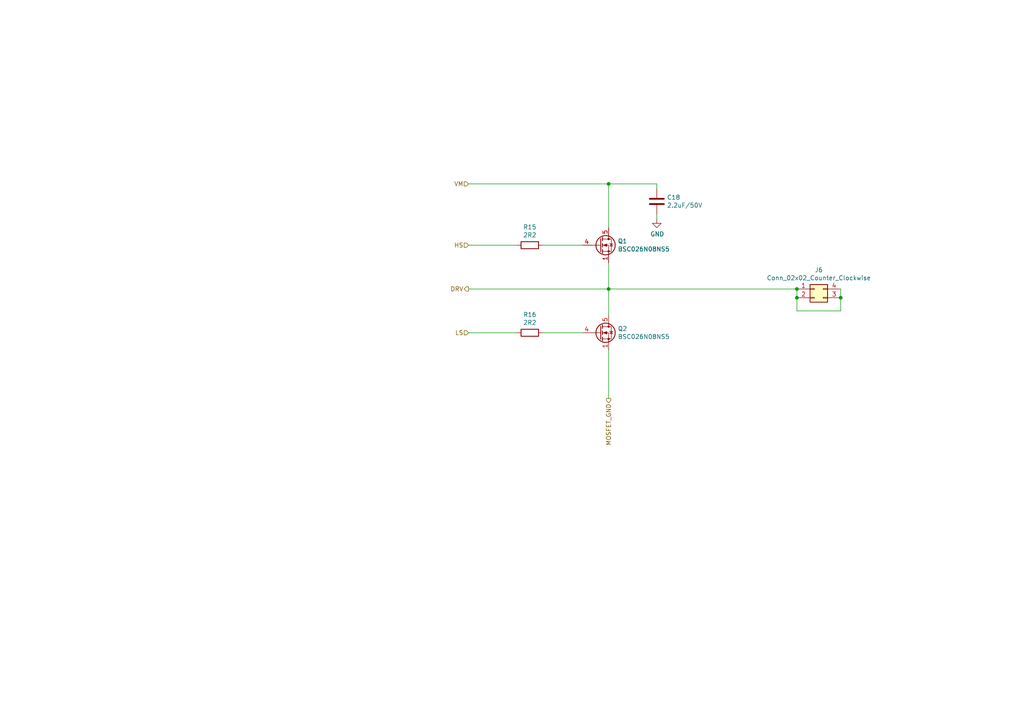
<source format=kicad_sch>
(kicad_sch (version 20211123) (generator eeschema)
  (paper "A4")
  (title_block (title "xESC BLDC Controller") (date "2021-12-01") (rev "2.0") (company "Clemens Elflein") (comment 1 "Creative Commons Attribution-NonCommercial-ShareAlike 4.0 International License.") (comment 2 "Licensed under "))
  (lib_symbols
    (symbol "Connector_Generic:Conn_02x02_Counter_Clockwise" (pin_names (offset 1.016) hide)
      (property "Reference" "J" (at 1.27 2.54 0))
      (property "Value" "Conn_02x02_Counter_Clockwise" (at 1.27 -5.08 0))
      (symbol "Conn_02x02_Counter_Clockwise_1_1"
        (rectangle (start -1.27 -2.413) (end 0 -2.667) (stroke (width 0.1524)))
        (rectangle (start -1.27 0.127) (end 0 -0.127) (stroke (width 0.1524)))
        (rectangle (start -1.27 1.27) (end 3.81 -3.81) (stroke (width 0.254)) (fill (type background)))
        (rectangle (start 3.81 -2.413) (end 2.54 -2.667) (stroke (width 0.1524)))
        (rectangle (start 3.81 0.127) (end 2.54 -0.127) (stroke (width 0.1524)))
        (pin passive line (at -5.08 0 0) (length 3.81) (name "Pin_1") (number "1"))
        (pin passive line (at -5.08 -2.54 0) (length 3.81) (name "Pin_2") (number "2"))
        (pin passive line (at 7.62 -2.54 180) (length 3.81) (name "Pin_3") (number "3"))
        (pin passive line (at 7.62 0 180) (length 3.81) (name "Pin_4") (number "4"))
      )
    )
    (symbol "Device:C" (pin_numbers hide) (pin_names (offset 0.254))
      (property "Reference" "C" (at 0.635 2.54 0))
      (property "Value" "C" (at 0.635 -2.54 0))
      (symbol "C_0_1"
        (polyline (pts (xy -2.032 -0.762) (xy 2.032 -0.762)) (stroke (width 0.508)))
        (polyline (pts (xy -2.032 0.762) (xy 2.032 0.762)) (stroke (width 0.508)))
      )
      (symbol "C_1_1"
        (pin passive line (at 0 3.81 270) (length 2.794) (name "~") (number "1"))
        (pin passive line (at 0 -3.81 90) (length 2.794) (name "~") (number "2"))
      )
    )
    (symbol "Device:R" (pin_numbers hide) (pin_names (offset 0))
      (property "Reference" "R" (at 2.032 0 90))
      (property "Value" "R" (at 0 0 90))
      (symbol "R_0_1"
        (rectangle (start -1.016 -2.54) (end 1.016 2.54) (stroke (width 0.254)))
      )
      (symbol "R_1_1"
        (pin passive line (at 0 3.81 270) (length 1.27) (name "~") (number "1"))
        (pin passive line (at 0 -3.81 90) (length 1.27) (name "~") (number "2"))
      )
    )
    (symbol "Transistor_FET:BSC026N08NS5" (pin_names hide)
      (property "Reference" "Q" (at 5.08 1.905 0))
      (property "Value" "BSC026N08NS5" (at 5.08 0 0))
      (symbol "BSC026N08NS5_0_1"
        (polyline (pts (xy 0.254 0) (xy -2.54 0)))
        (polyline (pts (xy 0.254 1.905) (xy 0.254 -1.905)) (stroke (width 0.254)))
        (polyline (pts (xy 0.762 -1.27) (xy 0.762 -2.286)) (stroke (width 0.254)))
        (polyline (pts (xy 0.762 0.508) (xy 0.762 -0.508)) (stroke (width 0.254)))
        (polyline (pts (xy 0.762 2.286) (xy 0.762 1.27)) (stroke (width 0.254)))
        (polyline (pts (xy 2.54 2.54) (xy 2.54 1.778)))
        (polyline (pts (xy 2.54 -2.54) (xy 2.54 0) (xy 0.762 0)))
        (polyline (pts (xy 0.762 -1.778) (xy 3.302 -1.778) (xy 3.302 1.778) (xy 0.762 1.778)))
        (polyline (pts (xy 1.016 0) (xy 2.032 0.381) (xy 2.032 -0.381) (xy 1.016 0)) (fill (type outline)))
        (polyline (pts (xy 2.794 0.508) (xy 2.921 0.381) (xy 3.683 0.381) (xy 3.81 0.254)))
        (polyline (pts (xy 3.302 0.381) (xy 2.921 -0.254) (xy 3.683 -0.254) (xy 3.302 0.381)))
        (circle (center 1.651 0) (radius 2.794) (stroke (width 0.254)))
        (circle (center 2.54 -1.778) (radius 0.254) (fill (type outline)))
        (circle (center 2.54 1.778) (radius 0.254) (fill (type outline)))
      )
      (symbol "BSC026N08NS5_1_1"
        (pin passive line (at 2.54 -5.08 90) (length 2.54) (name "S") (number "1"))
        (pin passive line (at 2.54 -5.08 90) (length 2.54) hide (name "S") (number "2"))
        (pin passive line (at 2.54 -5.08 90) (length 2.54) hide (name "S") (number "3"))
        (pin passive line (at -5.08 0 0) (length 2.54) (name "G") (number "4"))
        (pin passive line (at 2.54 5.08 270) (length 2.54) (name "D") (number "5"))
      )
    )
    (symbol "power:GND" (power) (pin_names (offset 0))
      (property "Value" "GND" (at 0 -3.81 0))
      (symbol "GND_0_1"
        (polyline (pts (xy 0 0) (xy 0 -1.27) (xy 1.27 -1.27) (xy 0 -2.54) (xy -1.27 -1.27) (xy 0 -1.27)))
      )
      (symbol "GND_1_1"
        (pin power_in line (at 0 0 270) (length 0) hide (name "GND") (number "1"))
      )
    )
  )
  (junction (at 176.53 83.82))
  (junction (at 231.14 86.36))
  (junction (at 231.14 83.82))
  (junction (at 243.84 86.36))
  (junction (at 176.53 53.34))
  (wire (pts (xy 231.14 83.82) (xy 231.14 86.36)))
  (wire (pts (xy 176.53 66.04) (xy 176.53 53.34)))
  (wire (pts (xy 176.53 83.82) (xy 135.89 83.82)))
  (wire (pts (xy 190.5 53.34) (xy 176.53 53.34)))
  (wire (pts (xy 243.84 90.17) (xy 231.14 90.17)))
  (wire (pts (xy 243.84 86.36) (xy 243.84 90.17)))
  (wire (pts (xy 149.86 71.12) (xy 135.89 71.12)))
  (wire (pts (xy 176.53 115.57) (xy 176.53 101.6)))
  (wire (pts (xy 176.53 53.34) (xy 135.89 53.34)))
  (wire (pts (xy 176.53 83.82) (xy 176.53 91.44)))
  (wire (pts (xy 243.84 83.82) (xy 243.84 86.36)))
  (wire (pts (xy 190.5 63.5) (xy 190.5 62.23)))
  (wire (pts (xy 176.53 76.2) (xy 176.53 83.82)))
  (wire (pts (xy 190.5 54.61) (xy 190.5 53.34)))
  (wire (pts (xy 168.91 96.52) (xy 157.48 96.52)))
  (wire (pts (xy 149.86 96.52) (xy 135.89 96.52)))
  (wire (pts (xy 176.53 83.82) (xy 231.14 83.82)))
  (wire (pts (xy 231.14 90.17) (xy 231.14 86.36)))
  (wire (pts (xy 168.91 71.12) (xy 157.48 71.12)))
  (hierarchical_label "MOSFET_GND" (shape output) (at 176.53 115.57 270))
  (hierarchical_label "DRV" (shape output) (at 135.89 83.82 180))
  (hierarchical_label "HS" (shape input) (at 135.89 71.12 180))
  (hierarchical_label "LS" (shape input) (at 135.89 96.52 180))
  (hierarchical_label "VM" (shape input) (at 135.89 53.34 180))
  (symbol (lib_id "Transistor_FET:BSC026N08NS5") (at 173.99 71.12 0) (unit 1)
    (property "Reference" "Q1" (at 179.1716 69.9516 0) (effects (justify left)))
    (property "Value" "BSC026N08NS5" (at 179.1716 72.263 0) (effects (justify left)))
    (property "Footprint" "Package_TO_SOT_SMD:TDSON-8-1" (effects hide))
    (property "Datasheet" "http://www.infineon.com/dgdl/Infineon-BSC026N08NS5-DS-v02_01-EN.pdf?fileId=5546d4624ad04ef9014ae2eace7629e0" (effects hide))
    (property "Part Number" "C919592" (effects hide))
    (property "Digikey" "BSC026N08NS5ATMA1CT-ND" (effects hide))
    (property "LCSC" "C919592" (effects hide))
    (property "Stock_PN" "Q-BSC026N08NS5" (effects hide))
  )
  (symbol (lib_id "Transistor_FET:BSC026N08NS5") (at 173.99 96.52 0) (unit 1)
    (property "Reference" "Q2" (at 179.1716 95.3516 0) (effects (justify left)))
    (property "Value" "BSC026N08NS5" (at 179.1716 97.663 0) (effects (justify left)))
    (property "Footprint" "Package_TO_SOT_SMD:TDSON-8-1" (effects hide))
    (property "Datasheet" "http://www.infineon.com/dgdl/Infineon-BSC026N08NS5-DS-v02_01-EN.pdf?fileId=5546d4624ad04ef9014ae2eace7629e0" (effects hide))
    (property "Part Number" "C919592" (effects hide))
    (property "Digikey" "BSC026N08NS5ATMA1CT-ND" (effects hide))
    (property "LCSC" "C919592" (effects hide))
    (property "Stock_PN" "Q-BSC026N08NS5" (effects hide))
  )
  (symbol (lib_id "Device:R") (at 153.67 71.12 270) (unit 1)
    (property "Reference" "R15" (at 153.67 65.8622 90))
    (property "Value" "2R2" (at 153.67 68.1736 90))
    (property "Footprint" "Resistor_SMD:R_0603_1608Metric" (effects hide))
    (property "Digikey" "P2.2GCT-ND" (effects hide))
    (property "Part Number" "ERJ-3GEYJ2R2V" (effects hide))
    (property "Stock_PN" "R-603-2.2-.1W-5%" (effects hide))
  )
  (symbol (lib_id "Device:R") (at 153.67 96.52 270) (unit 1)
    (property "Reference" "R16" (at 153.67 91.2622 90))
    (property "Value" "2R2" (at 153.67 93.5736 90))
    (property "Footprint" "Resistor_SMD:R_0603_1608Metric" (effects hide))
    (property "Digikey" "P2.2GCT-ND" (effects hide))
    (property "Part Number" "ERJ-3GEYJ2R2V" (effects hide))
    (property "Stock_PN" "R-603-2.2-.1W-5%" (effects hide))
  )
  (symbol (lib_id "Device:C") (at 190.5 58.42 0) (unit 1)
    (property "Reference" "C18" (at 193.421 57.2516 0) (effects (justify left)))
    (property "Value" "2.2uF/50V" (at 193.421 59.563 0) (effects (justify left)))
    (property "Footprint" "Capacitor_SMD:C_1206_3216Metric" (effects hide))
    (property "Digikey" "1276-6735-1-ND" (effects hide))
    (property "Part Number" "CL31B225KBHVPNE" (effects hide))
    (property "Stock_PN" "C-1206-2.2uF-50V-X7R" (effects hide))
    (property "LCSC" "C2903669" (effects hide))
  )
  (symbol (lib_id "power:GND") (at 190.5 63.5 0) (unit 1)
    (property "Reference" "#PWR022" (effects hide))
    (property "Value" "GND" (at 190.627 67.8942 0))
  )
  (symbol (lib_id "Connector_Generic:Conn_02x02_Counter_Clockwise") (at 236.22 83.82 0) (unit 1)
    (property "Reference" "J6" (at 237.49 78.3082 0))
    (property "Value" "Conn_02x02_Counter_Clockwise" (at 237.49 80.6196 0))
    (property "Footprint" "Connector_PinHeader_2.54mm:PinHeader_2x02_P2.54mm_Vertical" (effects hide))
    (property "LCSC" "C124362" (effects hide))
    (property "Part Number" "B-2100S04P-B110" (effects hide))
    (property "Stock_PN" "J-TH-2x2-.1" (effects hide))
  )
)
</source>
